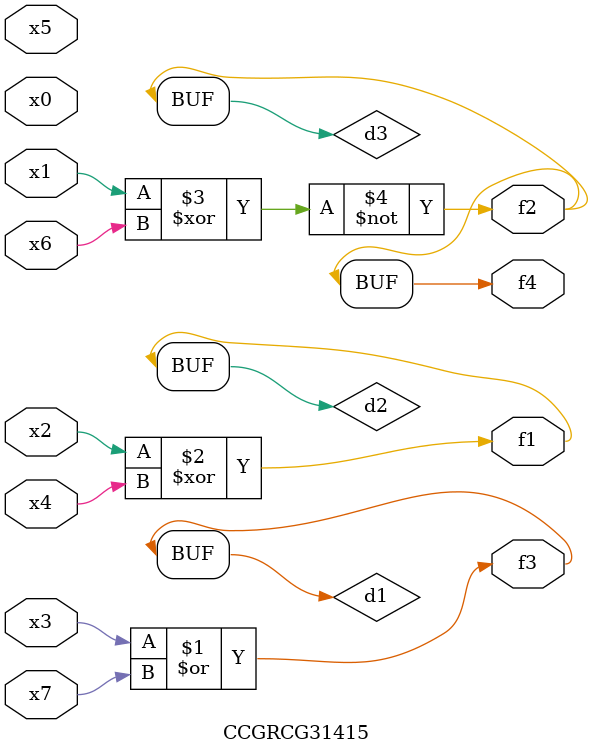
<source format=v>
module CCGRCG31415(
	input x0, x1, x2, x3, x4, x5, x6, x7,
	output f1, f2, f3, f4
);

	wire d1, d2, d3;

	or (d1, x3, x7);
	xor (d2, x2, x4);
	xnor (d3, x1, x6);
	assign f1 = d2;
	assign f2 = d3;
	assign f3 = d1;
	assign f4 = d3;
endmodule

</source>
